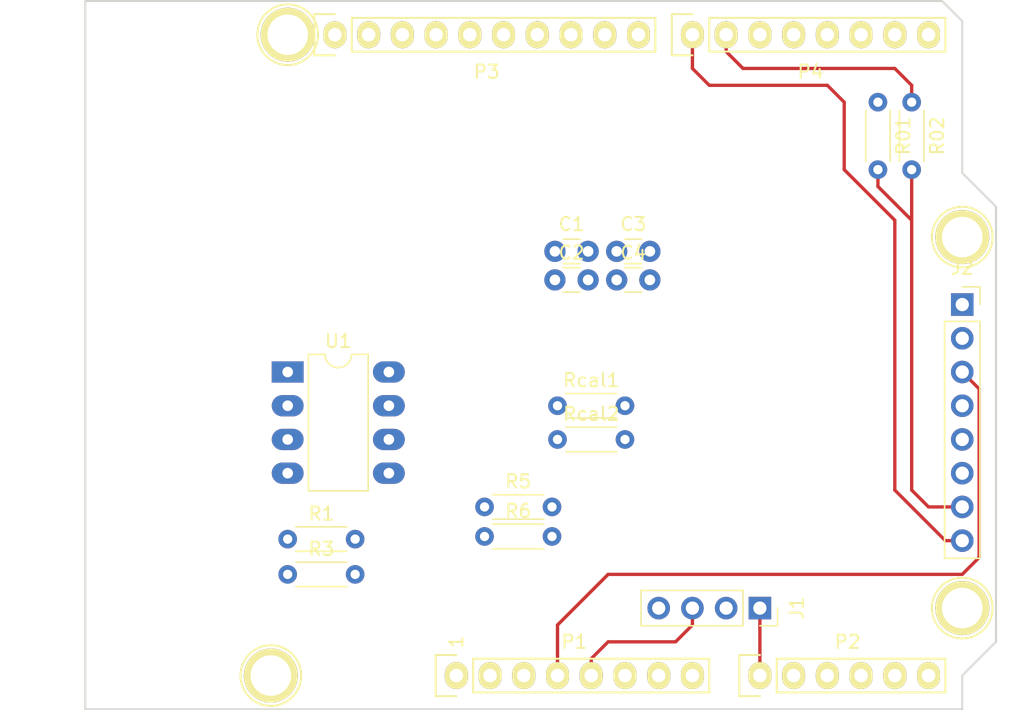
<source format=kicad_pcb>
(kicad_pcb (version 20171130) (host pcbnew "(5.0.1)-3")

  (general
    (thickness 1.6)
    (drawings 27)
    (tracks 32)
    (zones 0)
    (modules 23)
    (nets 46)
  )

  (page A4)
  (title_block
    (date "lun. 30 mars 2015")
  )

  (layers
    (0 F.Cu signal)
    (31 B.Cu signal)
    (32 B.Adhes user)
    (33 F.Adhes user)
    (34 B.Paste user)
    (35 F.Paste user)
    (36 B.SilkS user)
    (37 F.SilkS user)
    (38 B.Mask user)
    (39 F.Mask user)
    (40 Dwgs.User user)
    (41 Cmts.User user)
    (42 Eco1.User user)
    (43 Eco2.User user)
    (44 Edge.Cuts user)
    (45 Margin user)
    (46 B.CrtYd user)
    (47 F.CrtYd user)
    (48 B.Fab user)
    (49 F.Fab user)
  )

  (setup
    (last_trace_width 0.25)
    (trace_clearance 0.2)
    (zone_clearance 0.508)
    (zone_45_only no)
    (trace_min 0.2)
    (segment_width 0.15)
    (edge_width 0.15)
    (via_size 0.6)
    (via_drill 0.4)
    (via_min_size 0.4)
    (via_min_drill 0.3)
    (uvia_size 0.3)
    (uvia_drill 0.1)
    (uvias_allowed no)
    (uvia_min_size 0.2)
    (uvia_min_drill 0.1)
    (pcb_text_width 0.3)
    (pcb_text_size 1.5 1.5)
    (mod_edge_width 0.15)
    (mod_text_size 1 1)
    (mod_text_width 0.15)
    (pad_size 4.064 4.064)
    (pad_drill 3.048)
    (pad_to_mask_clearance 0)
    (solder_mask_min_width 0.25)
    (aux_axis_origin 110.998 126.365)
    (grid_origin 110.998 126.365)
    (visible_elements 7FFFF7FF)
    (pcbplotparams
      (layerselection 0x00030_80000001)
      (usegerberextensions false)
      (usegerberattributes false)
      (usegerberadvancedattributes false)
      (creategerberjobfile false)
      (excludeedgelayer true)
      (linewidth 0.100000)
      (plotframeref false)
      (viasonmask false)
      (mode 1)
      (useauxorigin false)
      (hpglpennumber 1)
      (hpglpenspeed 20)
      (hpglpendiameter 15.000000)
      (psnegative false)
      (psa4output false)
      (plotreference true)
      (plotvalue true)
      (plotinvisibletext false)
      (padsonsilk false)
      (subtractmaskfromsilk false)
      (outputformat 1)
      (mirror false)
      (drillshape 1)
      (scaleselection 1)
      (outputdirectory ""))
  )

  (net 0 "")
  (net 1 /IOREF)
  (net 2 /Reset)
  (net 3 +5V)
  (net 4 GND)
  (net 5 /Vin)
  (net 6 /A0)
  (net 7 /A1)
  (net 8 /A2)
  (net 9 /A3)
  (net 10 /AREF)
  (net 11 "/A4(SDA)")
  (net 12 "/A5(SCL)")
  (net 13 "/9(**)")
  (net 14 /8)
  (net 15 "/5(**)")
  (net 16 /4)
  (net 17 "/3(**)")
  (net 18 /2)
  (net 19 "/1(Tx)")
  (net 20 "/0(Rx)")
  (net 21 "Net-(P5-Pad1)")
  (net 22 "Net-(P6-Pad1)")
  (net 23 "Net-(P7-Pad1)")
  (net 24 "Net-(P8-Pad1)")
  (net 25 "/10(**/SS)")
  (net 26 "Net-(P1-Pad1)")
  (net 27 +3V3)
  (net 28 "/12(MISO)")
  (net 29 "/11(**/MOSI)")
  (net 30 "Net-(C1-Pad2)")
  (net 31 arduino)
  (net 32 "Net-(C4-Pad1)")
  (net 33 "Net-(C4-Pad2)")
  (net 34 "Net-(J1-Pad2)")
  (net 35 "Net-(J2-Pad2)")
  (net 36 "Net-(J2-Pad4)")
  (net 37 "Net-(J2-Pad5)")
  (net 38 "Net-(J2-Pad6)")
  (net 39 "Net-(J2-Pad7)")
  (net 40 /7_UART_RX)
  (net 41 /6_UART_TX)
  (net 42 "Net-(Rcal1-Pad2)")
  (net 43 "Net-(U1-Pad1)")
  (net 44 "Net-(U1-Pad5)")
  (net 45 "Net-(U1-Pad8)")

  (net_class Default "This is the default net class."
    (clearance 0.2)
    (trace_width 0.25)
    (via_dia 0.6)
    (via_drill 0.4)
    (uvia_dia 0.3)
    (uvia_drill 0.1)
    (add_net +3V3)
    (add_net +5V)
    (add_net "/0(Rx)")
    (add_net "/1(Tx)")
    (add_net "/10(**/SS)")
    (add_net "/11(**/MOSI)")
    (add_net "/12(MISO)")
    (add_net /2)
    (add_net "/3(**)")
    (add_net /4)
    (add_net "/5(**)")
    (add_net /6_UART_TX)
    (add_net /7_UART_RX)
    (add_net /8)
    (add_net "/9(**)")
    (add_net /A0)
    (add_net /A1)
    (add_net /A2)
    (add_net /A3)
    (add_net "/A4(SDA)")
    (add_net "/A5(SCL)")
    (add_net /AREF)
    (add_net /IOREF)
    (add_net /Reset)
    (add_net /Vin)
    (add_net GND)
    (add_net "Net-(C1-Pad2)")
    (add_net "Net-(C4-Pad1)")
    (add_net "Net-(C4-Pad2)")
    (add_net "Net-(J1-Pad2)")
    (add_net "Net-(J2-Pad2)")
    (add_net "Net-(J2-Pad4)")
    (add_net "Net-(J2-Pad5)")
    (add_net "Net-(J2-Pad6)")
    (add_net "Net-(J2-Pad7)")
    (add_net "Net-(P1-Pad1)")
    (add_net "Net-(P5-Pad1)")
    (add_net "Net-(P6-Pad1)")
    (add_net "Net-(P7-Pad1)")
    (add_net "Net-(P8-Pad1)")
    (add_net "Net-(Rcal1-Pad2)")
    (add_net "Net-(U1-Pad1)")
    (add_net "Net-(U1-Pad5)")
    (add_net "Net-(U1-Pad8)")
    (add_net arduino)
  )

  (module Socket_Arduino_Uno:Socket_Strip_Arduino_1x08 locked (layer F.Cu) (tedit 552168D2) (tstamp 551AF9EA)
    (at 138.938 123.825)
    (descr "Through hole socket strip")
    (tags "socket strip")
    (path /56D70129)
    (fp_text reference P1 (at 8.89 -2.54) (layer F.SilkS)
      (effects (font (size 1 1) (thickness 0.15)))
    )
    (fp_text value Power (at 8.89 -4.064) (layer F.Fab)
      (effects (font (size 1 1) (thickness 0.15)))
    )
    (fp_line (start -1.75 -1.75) (end -1.75 1.75) (layer F.CrtYd) (width 0.05))
    (fp_line (start 19.55 -1.75) (end 19.55 1.75) (layer F.CrtYd) (width 0.05))
    (fp_line (start -1.75 -1.75) (end 19.55 -1.75) (layer F.CrtYd) (width 0.05))
    (fp_line (start -1.75 1.75) (end 19.55 1.75) (layer F.CrtYd) (width 0.05))
    (fp_line (start 1.27 1.27) (end 19.05 1.27) (layer F.SilkS) (width 0.15))
    (fp_line (start 19.05 1.27) (end 19.05 -1.27) (layer F.SilkS) (width 0.15))
    (fp_line (start 19.05 -1.27) (end 1.27 -1.27) (layer F.SilkS) (width 0.15))
    (fp_line (start -1.55 1.55) (end 0 1.55) (layer F.SilkS) (width 0.15))
    (fp_line (start 1.27 1.27) (end 1.27 -1.27) (layer F.SilkS) (width 0.15))
    (fp_line (start 0 -1.55) (end -1.55 -1.55) (layer F.SilkS) (width 0.15))
    (fp_line (start -1.55 -1.55) (end -1.55 1.55) (layer F.SilkS) (width 0.15))
    (pad 1 thru_hole oval (at 0 0) (size 1.7272 2.032) (drill 1.016) (layers *.Cu *.Mask F.SilkS)
      (net 26 "Net-(P1-Pad1)"))
    (pad 2 thru_hole oval (at 2.54 0) (size 1.7272 2.032) (drill 1.016) (layers *.Cu *.Mask F.SilkS)
      (net 1 /IOREF))
    (pad 3 thru_hole oval (at 5.08 0) (size 1.7272 2.032) (drill 1.016) (layers *.Cu *.Mask F.SilkS)
      (net 2 /Reset))
    (pad 4 thru_hole oval (at 7.62 0) (size 1.7272 2.032) (drill 1.016) (layers *.Cu *.Mask F.SilkS)
      (net 27 +3V3))
    (pad 5 thru_hole oval (at 10.16 0) (size 1.7272 2.032) (drill 1.016) (layers *.Cu *.Mask F.SilkS)
      (net 3 +5V))
    (pad 6 thru_hole oval (at 12.7 0) (size 1.7272 2.032) (drill 1.016) (layers *.Cu *.Mask F.SilkS)
      (net 4 GND))
    (pad 7 thru_hole oval (at 15.24 0) (size 1.7272 2.032) (drill 1.016) (layers *.Cu *.Mask F.SilkS)
      (net 4 GND))
    (pad 8 thru_hole oval (at 17.78 0) (size 1.7272 2.032) (drill 1.016) (layers *.Cu *.Mask F.SilkS)
      (net 5 /Vin))
    (model ${KIPRJMOD}/Socket_Arduino_Uno.3dshapes/Socket_header_Arduino_1x08.wrl
      (offset (xyz 8.889999866485596 0 0))
      (scale (xyz 1 1 1))
      (rotate (xyz 0 0 180))
    )
  )

  (module Socket_Arduino_Uno:Socket_Strip_Arduino_1x06 locked (layer F.Cu) (tedit 552168D6) (tstamp 551AF9FF)
    (at 161.798 123.825)
    (descr "Through hole socket strip")
    (tags "socket strip")
    (path /56D70DD8)
    (fp_text reference P2 (at 6.604 -2.54) (layer F.SilkS)
      (effects (font (size 1 1) (thickness 0.15)))
    )
    (fp_text value Analog (at 6.604 -4.064) (layer F.Fab)
      (effects (font (size 1 1) (thickness 0.15)))
    )
    (fp_line (start -1.75 -1.75) (end -1.75 1.75) (layer F.CrtYd) (width 0.05))
    (fp_line (start 14.45 -1.75) (end 14.45 1.75) (layer F.CrtYd) (width 0.05))
    (fp_line (start -1.75 -1.75) (end 14.45 -1.75) (layer F.CrtYd) (width 0.05))
    (fp_line (start -1.75 1.75) (end 14.45 1.75) (layer F.CrtYd) (width 0.05))
    (fp_line (start 1.27 1.27) (end 13.97 1.27) (layer F.SilkS) (width 0.15))
    (fp_line (start 13.97 1.27) (end 13.97 -1.27) (layer F.SilkS) (width 0.15))
    (fp_line (start 13.97 -1.27) (end 1.27 -1.27) (layer F.SilkS) (width 0.15))
    (fp_line (start -1.55 1.55) (end 0 1.55) (layer F.SilkS) (width 0.15))
    (fp_line (start 1.27 1.27) (end 1.27 -1.27) (layer F.SilkS) (width 0.15))
    (fp_line (start 0 -1.55) (end -1.55 -1.55) (layer F.SilkS) (width 0.15))
    (fp_line (start -1.55 -1.55) (end -1.55 1.55) (layer F.SilkS) (width 0.15))
    (pad 1 thru_hole oval (at 0 0) (size 1.7272 2.032) (drill 1.016) (layers *.Cu *.Mask F.SilkS)
      (net 6 /A0))
    (pad 2 thru_hole oval (at 2.54 0) (size 1.7272 2.032) (drill 1.016) (layers *.Cu *.Mask F.SilkS)
      (net 7 /A1))
    (pad 3 thru_hole oval (at 5.08 0) (size 1.7272 2.032) (drill 1.016) (layers *.Cu *.Mask F.SilkS)
      (net 8 /A2))
    (pad 4 thru_hole oval (at 7.62 0) (size 1.7272 2.032) (drill 1.016) (layers *.Cu *.Mask F.SilkS)
      (net 9 /A3))
    (pad 5 thru_hole oval (at 10.16 0) (size 1.7272 2.032) (drill 1.016) (layers *.Cu *.Mask F.SilkS)
      (net 11 "/A4(SDA)"))
    (pad 6 thru_hole oval (at 12.7 0) (size 1.7272 2.032) (drill 1.016) (layers *.Cu *.Mask F.SilkS)
      (net 12 "/A5(SCL)"))
    (model ${KIPRJMOD}/Socket_Arduino_Uno.3dshapes/Socket_header_Arduino_1x06.wrl
      (offset (xyz 6.349999904632568 0 0))
      (scale (xyz 1 1 1))
      (rotate (xyz 0 0 180))
    )
  )

  (module Socket_Arduino_Uno:Socket_Strip_Arduino_1x10 locked (layer F.Cu) (tedit 552168BF) (tstamp 551AFA18)
    (at 129.794 75.565)
    (descr "Through hole socket strip")
    (tags "socket strip")
    (path /56D721E0)
    (fp_text reference P3 (at 11.43 2.794) (layer F.SilkS)
      (effects (font (size 1 1) (thickness 0.15)))
    )
    (fp_text value Digital (at 11.43 4.318) (layer F.Fab)
      (effects (font (size 1 1) (thickness 0.15)))
    )
    (fp_line (start -1.75 -1.75) (end -1.75 1.75) (layer F.CrtYd) (width 0.05))
    (fp_line (start 24.65 -1.75) (end 24.65 1.75) (layer F.CrtYd) (width 0.05))
    (fp_line (start -1.75 -1.75) (end 24.65 -1.75) (layer F.CrtYd) (width 0.05))
    (fp_line (start -1.75 1.75) (end 24.65 1.75) (layer F.CrtYd) (width 0.05))
    (fp_line (start 1.27 1.27) (end 24.13 1.27) (layer F.SilkS) (width 0.15))
    (fp_line (start 24.13 1.27) (end 24.13 -1.27) (layer F.SilkS) (width 0.15))
    (fp_line (start 24.13 -1.27) (end 1.27 -1.27) (layer F.SilkS) (width 0.15))
    (fp_line (start -1.55 1.55) (end 0 1.55) (layer F.SilkS) (width 0.15))
    (fp_line (start 1.27 1.27) (end 1.27 -1.27) (layer F.SilkS) (width 0.15))
    (fp_line (start 0 -1.55) (end -1.55 -1.55) (layer F.SilkS) (width 0.15))
    (fp_line (start -1.55 -1.55) (end -1.55 1.55) (layer F.SilkS) (width 0.15))
    (pad 1 thru_hole oval (at 0 0) (size 1.7272 2.032) (drill 1.016) (layers *.Cu *.Mask F.SilkS)
      (net 12 "/A5(SCL)"))
    (pad 2 thru_hole oval (at 2.54 0) (size 1.7272 2.032) (drill 1.016) (layers *.Cu *.Mask F.SilkS)
      (net 11 "/A4(SDA)"))
    (pad 3 thru_hole oval (at 5.08 0) (size 1.7272 2.032) (drill 1.016) (layers *.Cu *.Mask F.SilkS)
      (net 10 /AREF))
    (pad 4 thru_hole oval (at 7.62 0) (size 1.7272 2.032) (drill 1.016) (layers *.Cu *.Mask F.SilkS)
      (net 4 GND))
    (pad 5 thru_hole oval (at 10.16 0) (size 1.7272 2.032) (drill 1.016) (layers *.Cu *.Mask F.SilkS)
      (net 31 arduino))
    (pad 6 thru_hole oval (at 12.7 0) (size 1.7272 2.032) (drill 1.016) (layers *.Cu *.Mask F.SilkS)
      (net 28 "/12(MISO)"))
    (pad 7 thru_hole oval (at 15.24 0) (size 1.7272 2.032) (drill 1.016) (layers *.Cu *.Mask F.SilkS)
      (net 29 "/11(**/MOSI)"))
    (pad 8 thru_hole oval (at 17.78 0) (size 1.7272 2.032) (drill 1.016) (layers *.Cu *.Mask F.SilkS)
      (net 25 "/10(**/SS)"))
    (pad 9 thru_hole oval (at 20.32 0) (size 1.7272 2.032) (drill 1.016) (layers *.Cu *.Mask F.SilkS)
      (net 13 "/9(**)"))
    (pad 10 thru_hole oval (at 22.86 0) (size 1.7272 2.032) (drill 1.016) (layers *.Cu *.Mask F.SilkS)
      (net 14 /8))
    (model ${KIPRJMOD}/Socket_Arduino_Uno.3dshapes/Socket_header_Arduino_1x10.wrl
      (offset (xyz 11.42999982833862 0 0))
      (scale (xyz 1 1 1))
      (rotate (xyz 0 0 180))
    )
  )

  (module Socket_Arduino_Uno:Socket_Strip_Arduino_1x08 locked (layer F.Cu) (tedit 552168C7) (tstamp 551AFA2F)
    (at 156.718 75.565)
    (descr "Through hole socket strip")
    (tags "socket strip")
    (path /56D7164F)
    (fp_text reference P4 (at 8.89 2.794) (layer F.SilkS)
      (effects (font (size 1 1) (thickness 0.15)))
    )
    (fp_text value Digital (at 8.89 4.318) (layer F.Fab)
      (effects (font (size 1 1) (thickness 0.15)))
    )
    (fp_line (start -1.75 -1.75) (end -1.75 1.75) (layer F.CrtYd) (width 0.05))
    (fp_line (start 19.55 -1.75) (end 19.55 1.75) (layer F.CrtYd) (width 0.05))
    (fp_line (start -1.75 -1.75) (end 19.55 -1.75) (layer F.CrtYd) (width 0.05))
    (fp_line (start -1.75 1.75) (end 19.55 1.75) (layer F.CrtYd) (width 0.05))
    (fp_line (start 1.27 1.27) (end 19.05 1.27) (layer F.SilkS) (width 0.15))
    (fp_line (start 19.05 1.27) (end 19.05 -1.27) (layer F.SilkS) (width 0.15))
    (fp_line (start 19.05 -1.27) (end 1.27 -1.27) (layer F.SilkS) (width 0.15))
    (fp_line (start -1.55 1.55) (end 0 1.55) (layer F.SilkS) (width 0.15))
    (fp_line (start 1.27 1.27) (end 1.27 -1.27) (layer F.SilkS) (width 0.15))
    (fp_line (start 0 -1.55) (end -1.55 -1.55) (layer F.SilkS) (width 0.15))
    (fp_line (start -1.55 -1.55) (end -1.55 1.55) (layer F.SilkS) (width 0.15))
    (pad 1 thru_hole oval (at 0 0) (size 1.7272 2.032) (drill 1.016) (layers *.Cu *.Mask F.SilkS)
      (net 40 /7_UART_RX))
    (pad 2 thru_hole oval (at 2.54 0) (size 1.7272 2.032) (drill 1.016) (layers *.Cu *.Mask F.SilkS)
      (net 41 /6_UART_TX))
    (pad 3 thru_hole oval (at 5.08 0) (size 1.7272 2.032) (drill 1.016) (layers *.Cu *.Mask F.SilkS)
      (net 15 "/5(**)"))
    (pad 4 thru_hole oval (at 7.62 0) (size 1.7272 2.032) (drill 1.016) (layers *.Cu *.Mask F.SilkS)
      (net 16 /4))
    (pad 5 thru_hole oval (at 10.16 0) (size 1.7272 2.032) (drill 1.016) (layers *.Cu *.Mask F.SilkS)
      (net 17 "/3(**)"))
    (pad 6 thru_hole oval (at 12.7 0) (size 1.7272 2.032) (drill 1.016) (layers *.Cu *.Mask F.SilkS)
      (net 18 /2))
    (pad 7 thru_hole oval (at 15.24 0) (size 1.7272 2.032) (drill 1.016) (layers *.Cu *.Mask F.SilkS)
      (net 19 "/1(Tx)"))
    (pad 8 thru_hole oval (at 17.78 0) (size 1.7272 2.032) (drill 1.016) (layers *.Cu *.Mask F.SilkS)
      (net 20 "/0(Rx)"))
    (model ${KIPRJMOD}/Socket_Arduino_Uno.3dshapes/Socket_header_Arduino_1x08.wrl
      (offset (xyz 8.889999866485596 0 0))
      (scale (xyz 1 1 1))
      (rotate (xyz 0 0 180))
    )
  )

  (module Socket_Arduino_Uno:Arduino_1pin locked (layer F.Cu) (tedit 5524FC39) (tstamp 5524FC3F)
    (at 124.968 123.825)
    (descr "module 1 pin (ou trou mecanique de percage)")
    (tags DEV)
    (path /56D71177)
    (fp_text reference P5 (at 0 -3.048) (layer F.SilkS) hide
      (effects (font (size 1 1) (thickness 0.15)))
    )
    (fp_text value CONN_01X01 (at 0 2.794) (layer F.Fab) hide
      (effects (font (size 1 1) (thickness 0.15)))
    )
    (fp_circle (center 0 0) (end 0 -2.286) (layer F.SilkS) (width 0.15))
    (pad 1 thru_hole circle (at 0 0) (size 4.064 4.064) (drill 3.048) (layers *.Cu *.Mask F.SilkS)
      (net 21 "Net-(P5-Pad1)"))
  )

  (module Socket_Arduino_Uno:Arduino_1pin locked (layer F.Cu) (tedit 5524FC4A) (tstamp 5524FC44)
    (at 177.038 118.745)
    (descr "module 1 pin (ou trou mecanique de percage)")
    (tags DEV)
    (path /56D71274)
    (fp_text reference P6 (at 0 -3.048) (layer F.SilkS) hide
      (effects (font (size 1 1) (thickness 0.15)))
    )
    (fp_text value CONN_01X01 (at 0 2.794) (layer F.Fab) hide
      (effects (font (size 1 1) (thickness 0.15)))
    )
    (fp_circle (center 0 0) (end 0 -2.286) (layer F.SilkS) (width 0.15))
    (pad 1 thru_hole circle (at 0 0) (size 4.064 4.064) (drill 3.048) (layers *.Cu *.Mask F.SilkS)
      (net 22 "Net-(P6-Pad1)"))
  )

  (module Socket_Arduino_Uno:Arduino_1pin locked (layer F.Cu) (tedit 5524FC2F) (tstamp 5524FC49)
    (at 126.238 75.565)
    (descr "module 1 pin (ou trou mecanique de percage)")
    (tags DEV)
    (path /56D712A8)
    (fp_text reference P7 (at 0 -3.048) (layer F.SilkS) hide
      (effects (font (size 1 1) (thickness 0.15)))
    )
    (fp_text value CONN_01X01 (at 0 2.794) (layer F.Fab) hide
      (effects (font (size 1 1) (thickness 0.15)))
    )
    (fp_circle (center 0 0) (end 0 -2.286) (layer F.SilkS) (width 0.15))
    (pad 1 thru_hole circle (at 0 0) (size 4.064 4.064) (drill 3.048) (layers *.Cu *.Mask F.SilkS)
      (net 23 "Net-(P7-Pad1)"))
  )

  (module Socket_Arduino_Uno:Arduino_1pin locked (layer F.Cu) (tedit 5524FC41) (tstamp 5524FC4E)
    (at 177.038 90.805)
    (descr "module 1 pin (ou trou mecanique de percage)")
    (tags DEV)
    (path /56D712DB)
    (fp_text reference P8 (at 0 -3.048) (layer F.SilkS) hide
      (effects (font (size 1 1) (thickness 0.15)))
    )
    (fp_text value CONN_01X01 (at 0 2.794) (layer F.Fab) hide
      (effects (font (size 1 1) (thickness 0.15)))
    )
    (fp_circle (center 0 0) (end 0 -2.286) (layer F.SilkS) (width 0.15))
    (pad 1 thru_hole circle (at 0 0) (size 4.064 4.064) (drill 3.048) (layers *.Cu *.Mask F.SilkS)
      (net 24 "Net-(P8-Pad1)"))
  )

  (module Connector_PinSocket_2.54mm:PinSocket_1x04_P2.54mm_Vertical (layer F.Cu) (tedit 5A19A429) (tstamp 5C137913)
    (at 161.798 118.745 270)
    (descr "Through hole straight socket strip, 1x04, 2.54mm pitch, single row (from Kicad 4.0.7), script generated")
    (tags "Through hole socket strip THT 1x04 2.54mm single row")
    (path /5BD9BBC1)
    (fp_text reference J1 (at 0 -2.77 270) (layer F.SilkS)
      (effects (font (size 1 1) (thickness 0.15)))
    )
    (fp_text value Conn_01x04 (at 0 10.39 270) (layer F.Fab)
      (effects (font (size 1 1) (thickness 0.15)))
    )
    (fp_line (start -1.27 -1.27) (end 0.635 -1.27) (layer F.Fab) (width 0.1))
    (fp_line (start 0.635 -1.27) (end 1.27 -0.635) (layer F.Fab) (width 0.1))
    (fp_line (start 1.27 -0.635) (end 1.27 8.89) (layer F.Fab) (width 0.1))
    (fp_line (start 1.27 8.89) (end -1.27 8.89) (layer F.Fab) (width 0.1))
    (fp_line (start -1.27 8.89) (end -1.27 -1.27) (layer F.Fab) (width 0.1))
    (fp_line (start -1.33 1.27) (end 1.33 1.27) (layer F.SilkS) (width 0.12))
    (fp_line (start -1.33 1.27) (end -1.33 8.95) (layer F.SilkS) (width 0.12))
    (fp_line (start -1.33 8.95) (end 1.33 8.95) (layer F.SilkS) (width 0.12))
    (fp_line (start 1.33 1.27) (end 1.33 8.95) (layer F.SilkS) (width 0.12))
    (fp_line (start 1.33 -1.33) (end 1.33 0) (layer F.SilkS) (width 0.12))
    (fp_line (start 0 -1.33) (end 1.33 -1.33) (layer F.SilkS) (width 0.12))
    (fp_line (start -1.8 -1.8) (end 1.75 -1.8) (layer F.CrtYd) (width 0.05))
    (fp_line (start 1.75 -1.8) (end 1.75 9.4) (layer F.CrtYd) (width 0.05))
    (fp_line (start 1.75 9.4) (end -1.8 9.4) (layer F.CrtYd) (width 0.05))
    (fp_line (start -1.8 9.4) (end -1.8 -1.8) (layer F.CrtYd) (width 0.05))
    (fp_text user %R (at 0 3.81) (layer F.Fab)
      (effects (font (size 1 1) (thickness 0.15)))
    )
    (pad 1 thru_hole rect (at 0 0 270) (size 1.7 1.7) (drill 1) (layers *.Cu *.Mask)
      (net 6 /A0))
    (pad 2 thru_hole oval (at 0 2.54 270) (size 1.7 1.7) (drill 1) (layers *.Cu *.Mask)
      (net 34 "Net-(J1-Pad2)"))
    (pad 3 thru_hole oval (at 0 5.08 270) (size 1.7 1.7) (drill 1) (layers *.Cu *.Mask)
      (net 3 +5V))
    (pad 4 thru_hole oval (at 0 7.62 270) (size 1.7 1.7) (drill 1) (layers *.Cu *.Mask)
      (net 4 GND))
    (model ${KISYS3DMOD}/Connector_PinSocket_2.54mm.3dshapes/PinSocket_1x04_P2.54mm_Vertical.wrl
      (at (xyz 0 0 0))
      (scale (xyz 1 1 1))
      (rotate (xyz 0 0 0))
    )
  )

  (module Connector_PinSocket_2.54mm:PinSocket_1x08_P2.54mm_Vertical (layer F.Cu) (tedit 5A19A420) (tstamp 5C13792F)
    (at 177.038 95.885)
    (descr "Through hole straight socket strip, 1x08, 2.54mm pitch, single row (from Kicad 4.0.7), script generated")
    (tags "Through hole socket strip THT 1x08 2.54mm single row")
    (path /5BD9F3B1)
    (fp_text reference J2 (at 0 -2.77) (layer F.SilkS)
      (effects (font (size 1 1) (thickness 0.15)))
    )
    (fp_text value Conn_01x08 (at 0 20.55) (layer F.Fab)
      (effects (font (size 1 1) (thickness 0.15)))
    )
    (fp_line (start -1.27 -1.27) (end 0.635 -1.27) (layer F.Fab) (width 0.1))
    (fp_line (start 0.635 -1.27) (end 1.27 -0.635) (layer F.Fab) (width 0.1))
    (fp_line (start 1.27 -0.635) (end 1.27 19.05) (layer F.Fab) (width 0.1))
    (fp_line (start 1.27 19.05) (end -1.27 19.05) (layer F.Fab) (width 0.1))
    (fp_line (start -1.27 19.05) (end -1.27 -1.27) (layer F.Fab) (width 0.1))
    (fp_line (start -1.33 1.27) (end 1.33 1.27) (layer F.SilkS) (width 0.12))
    (fp_line (start -1.33 1.27) (end -1.33 19.11) (layer F.SilkS) (width 0.12))
    (fp_line (start -1.33 19.11) (end 1.33 19.11) (layer F.SilkS) (width 0.12))
    (fp_line (start 1.33 1.27) (end 1.33 19.11) (layer F.SilkS) (width 0.12))
    (fp_line (start 1.33 -1.33) (end 1.33 0) (layer F.SilkS) (width 0.12))
    (fp_line (start 0 -1.33) (end 1.33 -1.33) (layer F.SilkS) (width 0.12))
    (fp_line (start -1.8 -1.8) (end 1.75 -1.8) (layer F.CrtYd) (width 0.05))
    (fp_line (start 1.75 -1.8) (end 1.75 19.55) (layer F.CrtYd) (width 0.05))
    (fp_line (start 1.75 19.55) (end -1.8 19.55) (layer F.CrtYd) (width 0.05))
    (fp_line (start -1.8 19.55) (end -1.8 -1.8) (layer F.CrtYd) (width 0.05))
    (fp_text user %R (at 0 8.89 90) (layer F.Fab)
      (effects (font (size 1 1) (thickness 0.15)))
    )
    (pad 1 thru_hole rect (at 0 0) (size 1.7 1.7) (drill 1) (layers *.Cu *.Mask)
      (net 4 GND))
    (pad 2 thru_hole oval (at 0 2.54) (size 1.7 1.7) (drill 1) (layers *.Cu *.Mask)
      (net 35 "Net-(J2-Pad2)"))
    (pad 3 thru_hole oval (at 0 5.08) (size 1.7 1.7) (drill 1) (layers *.Cu *.Mask)
      (net 27 +3V3))
    (pad 4 thru_hole oval (at 0 7.62) (size 1.7 1.7) (drill 1) (layers *.Cu *.Mask)
      (net 36 "Net-(J2-Pad4)"))
    (pad 5 thru_hole oval (at 0 10.16) (size 1.7 1.7) (drill 1) (layers *.Cu *.Mask)
      (net 37 "Net-(J2-Pad5)"))
    (pad 6 thru_hole oval (at 0 12.7) (size 1.7 1.7) (drill 1) (layers *.Cu *.Mask)
      (net 38 "Net-(J2-Pad6)"))
    (pad 7 thru_hole oval (at 0 15.24) (size 1.7 1.7) (drill 1) (layers *.Cu *.Mask)
      (net 39 "Net-(J2-Pad7)"))
    (pad 8 thru_hole oval (at 0 17.78) (size 1.7 1.7) (drill 1) (layers *.Cu *.Mask)
      (net 40 /7_UART_RX))
    (model ${KISYS3DMOD}/Connector_PinSocket_2.54mm.3dshapes/PinSocket_1x08_P2.54mm_Vertical.wrl
      (at (xyz 0 0 0))
      (scale (xyz 1 1 1))
      (rotate (xyz 0 0 0))
    )
  )

  (module Resistor_THT:R_Axial_DIN0204_L3.6mm_D1.6mm_P5.08mm_Horizontal (layer F.Cu) (tedit 5AE5139B) (tstamp 5C137942)
    (at 126.238 113.550001)
    (descr "Resistor, Axial_DIN0204 series, Axial, Horizontal, pin pitch=5.08mm, 0.167W, length*diameter=3.6*1.6mm^2, http://cdn-reichelt.de/documents/datenblatt/B400/1_4W%23YAG.pdf")
    (tags "Resistor Axial_DIN0204 series Axial Horizontal pin pitch 5.08mm 0.167W length 3.6mm diameter 1.6mm")
    (path /5BF8E4AD)
    (fp_text reference R1 (at 2.54 -1.92) (layer F.SilkS)
      (effects (font (size 1 1) (thickness 0.15)))
    )
    (fp_text value 100k (at 2.54 1.92) (layer F.Fab)
      (effects (font (size 1 1) (thickness 0.15)))
    )
    (fp_text user %R (at 2.54 0) (layer F.Fab)
      (effects (font (size 0.72 0.72) (thickness 0.108)))
    )
    (fp_line (start 6.03 -1.05) (end -0.95 -1.05) (layer F.CrtYd) (width 0.05))
    (fp_line (start 6.03 1.05) (end 6.03 -1.05) (layer F.CrtYd) (width 0.05))
    (fp_line (start -0.95 1.05) (end 6.03 1.05) (layer F.CrtYd) (width 0.05))
    (fp_line (start -0.95 -1.05) (end -0.95 1.05) (layer F.CrtYd) (width 0.05))
    (fp_line (start 0.62 0.92) (end 4.46 0.92) (layer F.SilkS) (width 0.12))
    (fp_line (start 0.62 -0.92) (end 4.46 -0.92) (layer F.SilkS) (width 0.12))
    (fp_line (start 5.08 0) (end 4.34 0) (layer F.Fab) (width 0.1))
    (fp_line (start 0 0) (end 0.74 0) (layer F.Fab) (width 0.1))
    (fp_line (start 4.34 -0.8) (end 0.74 -0.8) (layer F.Fab) (width 0.1))
    (fp_line (start 4.34 0.8) (end 4.34 -0.8) (layer F.Fab) (width 0.1))
    (fp_line (start 0.74 0.8) (end 4.34 0.8) (layer F.Fab) (width 0.1))
    (fp_line (start 0.74 -0.8) (end 0.74 0.8) (layer F.Fab) (width 0.1))
    (pad 2 thru_hole oval (at 5.08 0) (size 1.4 1.4) (drill 0.7) (layers *.Cu *.Mask)
      (net 4 GND))
    (pad 1 thru_hole circle (at 0 0) (size 1.4 1.4) (drill 0.7) (layers *.Cu *.Mask)
      (net 30 "Net-(C1-Pad2)"))
    (model ${KISYS3DMOD}/Resistor_THT.3dshapes/R_Axial_DIN0204_L3.6mm_D1.6mm_P5.08mm_Horizontal.wrl
      (at (xyz 0 0 0))
      (scale (xyz 1 1 1))
      (rotate (xyz 0 0 0))
    )
  )

  (module Resistor_THT:R_Axial_DIN0204_L3.6mm_D1.6mm_P5.08mm_Horizontal (layer F.Cu) (tedit 5AE5139B) (tstamp 5C137955)
    (at 170.688 80.645 270)
    (descr "Resistor, Axial_DIN0204 series, Axial, Horizontal, pin pitch=5.08mm, 0.167W, length*diameter=3.6*1.6mm^2, http://cdn-reichelt.de/documents/datenblatt/B400/1_4W%23YAG.pdf")
    (tags "Resistor Axial_DIN0204 series Axial Horizontal pin pitch 5.08mm 0.167W length 3.6mm diameter 1.6mm")
    (path /5BDA8AA1)
    (fp_text reference R01 (at 2.54 -1.92 270) (layer F.SilkS)
      (effects (font (size 1 1) (thickness 0.15)))
    )
    (fp_text value 2k (at 2.54 1.92 270) (layer F.Fab)
      (effects (font (size 1 1) (thickness 0.15)))
    )
    (fp_line (start 0.74 -0.8) (end 0.74 0.8) (layer F.Fab) (width 0.1))
    (fp_line (start 0.74 0.8) (end 4.34 0.8) (layer F.Fab) (width 0.1))
    (fp_line (start 4.34 0.8) (end 4.34 -0.8) (layer F.Fab) (width 0.1))
    (fp_line (start 4.34 -0.8) (end 0.74 -0.8) (layer F.Fab) (width 0.1))
    (fp_line (start 0 0) (end 0.74 0) (layer F.Fab) (width 0.1))
    (fp_line (start 5.08 0) (end 4.34 0) (layer F.Fab) (width 0.1))
    (fp_line (start 0.62 -0.92) (end 4.46 -0.92) (layer F.SilkS) (width 0.12))
    (fp_line (start 0.62 0.92) (end 4.46 0.92) (layer F.SilkS) (width 0.12))
    (fp_line (start -0.95 -1.05) (end -0.95 1.05) (layer F.CrtYd) (width 0.05))
    (fp_line (start -0.95 1.05) (end 6.03 1.05) (layer F.CrtYd) (width 0.05))
    (fp_line (start 6.03 1.05) (end 6.03 -1.05) (layer F.CrtYd) (width 0.05))
    (fp_line (start 6.03 -1.05) (end -0.95 -1.05) (layer F.CrtYd) (width 0.05))
    (fp_text user %R (at 2.54 0 270) (layer F.Fab)
      (effects (font (size 0.72 0.72) (thickness 0.108)))
    )
    (pad 1 thru_hole circle (at 0 0 270) (size 1.4 1.4) (drill 0.7) (layers *.Cu *.Mask)
      (net 4 GND))
    (pad 2 thru_hole oval (at 5.08 0 270) (size 1.4 1.4) (drill 0.7) (layers *.Cu *.Mask)
      (net 39 "Net-(J2-Pad7)"))
    (model ${KISYS3DMOD}/Resistor_THT.3dshapes/R_Axial_DIN0204_L3.6mm_D1.6mm_P5.08mm_Horizontal.wrl
      (at (xyz 0 0 0))
      (scale (xyz 1 1 1))
      (rotate (xyz 0 0 0))
    )
  )

  (module Resistor_THT:R_Axial_DIN0204_L3.6mm_D1.6mm_P5.08mm_Horizontal (layer F.Cu) (tedit 5AE5139B) (tstamp 5C137968)
    (at 173.228 80.645 270)
    (descr "Resistor, Axial_DIN0204 series, Axial, Horizontal, pin pitch=5.08mm, 0.167W, length*diameter=3.6*1.6mm^2, http://cdn-reichelt.de/documents/datenblatt/B400/1_4W%23YAG.pdf")
    (tags "Resistor Axial_DIN0204 series Axial Horizontal pin pitch 5.08mm 0.167W length 3.6mm diameter 1.6mm")
    (path /5BDA8A22)
    (fp_text reference R02 (at 2.54 -1.92 270) (layer F.SilkS)
      (effects (font (size 1 1) (thickness 0.15)))
    )
    (fp_text value 1k (at 2.54 1.92 270) (layer F.Fab)
      (effects (font (size 1 1) (thickness 0.15)))
    )
    (fp_text user %R (at 2.54 0 270) (layer F.Fab)
      (effects (font (size 0.72 0.72) (thickness 0.108)))
    )
    (fp_line (start 6.03 -1.05) (end -0.95 -1.05) (layer F.CrtYd) (width 0.05))
    (fp_line (start 6.03 1.05) (end 6.03 -1.05) (layer F.CrtYd) (width 0.05))
    (fp_line (start -0.95 1.05) (end 6.03 1.05) (layer F.CrtYd) (width 0.05))
    (fp_line (start -0.95 -1.05) (end -0.95 1.05) (layer F.CrtYd) (width 0.05))
    (fp_line (start 0.62 0.92) (end 4.46 0.92) (layer F.SilkS) (width 0.12))
    (fp_line (start 0.62 -0.92) (end 4.46 -0.92) (layer F.SilkS) (width 0.12))
    (fp_line (start 5.08 0) (end 4.34 0) (layer F.Fab) (width 0.1))
    (fp_line (start 0 0) (end 0.74 0) (layer F.Fab) (width 0.1))
    (fp_line (start 4.34 -0.8) (end 0.74 -0.8) (layer F.Fab) (width 0.1))
    (fp_line (start 4.34 0.8) (end 4.34 -0.8) (layer F.Fab) (width 0.1))
    (fp_line (start 0.74 0.8) (end 4.34 0.8) (layer F.Fab) (width 0.1))
    (fp_line (start 0.74 -0.8) (end 0.74 0.8) (layer F.Fab) (width 0.1))
    (pad 2 thru_hole oval (at 5.08 0 270) (size 1.4 1.4) (drill 0.7) (layers *.Cu *.Mask)
      (net 39 "Net-(J2-Pad7)"))
    (pad 1 thru_hole circle (at 0 0 270) (size 1.4 1.4) (drill 0.7) (layers *.Cu *.Mask)
      (net 41 /6_UART_TX))
    (model ${KISYS3DMOD}/Resistor_THT.3dshapes/R_Axial_DIN0204_L3.6mm_D1.6mm_P5.08mm_Horizontal.wrl
      (at (xyz 0 0 0))
      (scale (xyz 1 1 1))
      (rotate (xyz 0 0 0))
    )
  )

  (module Resistor_THT:R_Axial_DIN0204_L3.6mm_D1.6mm_P5.08mm_Horizontal (layer F.Cu) (tedit 5AE5139B) (tstamp 5C13797B)
    (at 126.238 116.205)
    (descr "Resistor, Axial_DIN0204 series, Axial, Horizontal, pin pitch=5.08mm, 0.167W, length*diameter=3.6*1.6mm^2, http://cdn-reichelt.de/documents/datenblatt/B400/1_4W%23YAG.pdf")
    (tags "Resistor Axial_DIN0204 series Axial Horizontal pin pitch 5.08mm 0.167W length 3.6mm diameter 1.6mm")
    (path /5BFBFDD2)
    (fp_text reference R3 (at 2.54 -1.92) (layer F.SilkS)
      (effects (font (size 1 1) (thickness 0.15)))
    )
    (fp_text value 100k (at 2.54 1.92) (layer F.Fab)
      (effects (font (size 1 1) (thickness 0.15)))
    )
    (fp_line (start 0.74 -0.8) (end 0.74 0.8) (layer F.Fab) (width 0.1))
    (fp_line (start 0.74 0.8) (end 4.34 0.8) (layer F.Fab) (width 0.1))
    (fp_line (start 4.34 0.8) (end 4.34 -0.8) (layer F.Fab) (width 0.1))
    (fp_line (start 4.34 -0.8) (end 0.74 -0.8) (layer F.Fab) (width 0.1))
    (fp_line (start 0 0) (end 0.74 0) (layer F.Fab) (width 0.1))
    (fp_line (start 5.08 0) (end 4.34 0) (layer F.Fab) (width 0.1))
    (fp_line (start 0.62 -0.92) (end 4.46 -0.92) (layer F.SilkS) (width 0.12))
    (fp_line (start 0.62 0.92) (end 4.46 0.92) (layer F.SilkS) (width 0.12))
    (fp_line (start -0.95 -1.05) (end -0.95 1.05) (layer F.CrtYd) (width 0.05))
    (fp_line (start -0.95 1.05) (end 6.03 1.05) (layer F.CrtYd) (width 0.05))
    (fp_line (start 6.03 1.05) (end 6.03 -1.05) (layer F.CrtYd) (width 0.05))
    (fp_line (start 6.03 -1.05) (end -0.95 -1.05) (layer F.CrtYd) (width 0.05))
    (fp_text user %R (at 2.54 0) (layer F.Fab)
      (effects (font (size 0.72 0.72) (thickness 0.108)))
    )
    (pad 1 thru_hole circle (at 0 0) (size 1.4 1.4) (drill 0.7) (layers *.Cu *.Mask)
      (net 32 "Net-(C4-Pad1)"))
    (pad 2 thru_hole oval (at 5.08 0) (size 1.4 1.4) (drill 0.7) (layers *.Cu *.Mask)
      (net 33 "Net-(C4-Pad2)"))
    (model ${KISYS3DMOD}/Resistor_THT.3dshapes/R_Axial_DIN0204_L3.6mm_D1.6mm_P5.08mm_Horizontal.wrl
      (at (xyz 0 0 0))
      (scale (xyz 1 1 1))
      (rotate (xyz 0 0 0))
    )
  )

  (module Resistor_THT:R_Axial_DIN0204_L3.6mm_D1.6mm_P5.08mm_Horizontal (layer F.Cu) (tedit 5AE5139B) (tstamp 5C13798E)
    (at 141.063001 111.125)
    (descr "Resistor, Axial_DIN0204 series, Axial, Horizontal, pin pitch=5.08mm, 0.167W, length*diameter=3.6*1.6mm^2, http://cdn-reichelt.de/documents/datenblatt/B400/1_4W%23YAG.pdf")
    (tags "Resistor Axial_DIN0204 series Axial Horizontal pin pitch 5.08mm 0.167W length 3.6mm diameter 1.6mm")
    (path /5BF80849)
    (fp_text reference R5 (at 2.54 -1.92) (layer F.SilkS)
      (effects (font (size 1 1) (thickness 0.15)))
    )
    (fp_text value 10k (at 2.54 1.92) (layer F.Fab)
      (effects (font (size 1 1) (thickness 0.15)))
    )
    (fp_line (start 0.74 -0.8) (end 0.74 0.8) (layer F.Fab) (width 0.1))
    (fp_line (start 0.74 0.8) (end 4.34 0.8) (layer F.Fab) (width 0.1))
    (fp_line (start 4.34 0.8) (end 4.34 -0.8) (layer F.Fab) (width 0.1))
    (fp_line (start 4.34 -0.8) (end 0.74 -0.8) (layer F.Fab) (width 0.1))
    (fp_line (start 0 0) (end 0.74 0) (layer F.Fab) (width 0.1))
    (fp_line (start 5.08 0) (end 4.34 0) (layer F.Fab) (width 0.1))
    (fp_line (start 0.62 -0.92) (end 4.46 -0.92) (layer F.SilkS) (width 0.12))
    (fp_line (start 0.62 0.92) (end 4.46 0.92) (layer F.SilkS) (width 0.12))
    (fp_line (start -0.95 -1.05) (end -0.95 1.05) (layer F.CrtYd) (width 0.05))
    (fp_line (start -0.95 1.05) (end 6.03 1.05) (layer F.CrtYd) (width 0.05))
    (fp_line (start 6.03 1.05) (end 6.03 -1.05) (layer F.CrtYd) (width 0.05))
    (fp_line (start 6.03 -1.05) (end -0.95 -1.05) (layer F.CrtYd) (width 0.05))
    (fp_text user %R (at 2.54 0) (layer F.Fab)
      (effects (font (size 0.72 0.72) (thickness 0.108)))
    )
    (pad 1 thru_hole circle (at 0 0) (size 1.4 1.4) (drill 0.7) (layers *.Cu *.Mask)
      (net 30 "Net-(C1-Pad2)"))
    (pad 2 thru_hole oval (at 5.08 0) (size 1.4 1.4) (drill 0.7) (layers *.Cu *.Mask)
      (net 6 /A0))
    (model ${KISYS3DMOD}/Resistor_THT.3dshapes/R_Axial_DIN0204_L3.6mm_D1.6mm_P5.08mm_Horizontal.wrl
      (at (xyz 0 0 0))
      (scale (xyz 1 1 1))
      (rotate (xyz 0 0 0))
    )
  )

  (module Resistor_THT:R_Axial_DIN0204_L3.6mm_D1.6mm_P5.08mm_Horizontal (layer F.Cu) (tedit 5AE5139B) (tstamp 5C1379A1)
    (at 141.063001 113.350001)
    (descr "Resistor, Axial_DIN0204 series, Axial, Horizontal, pin pitch=5.08mm, 0.167W, length*diameter=3.6*1.6mm^2, http://cdn-reichelt.de/documents/datenblatt/B400/1_4W%23YAG.pdf")
    (tags "Resistor Axial_DIN0204 series Axial Horizontal pin pitch 5.08mm 0.167W length 3.6mm diameter 1.6mm")
    (path /5BFBFE26)
    (fp_text reference R6 (at 2.54 -1.92) (layer F.SilkS)
      (effects (font (size 1 1) (thickness 0.15)))
    )
    (fp_text value 1k (at 2.54 1.92) (layer F.Fab)
      (effects (font (size 1 1) (thickness 0.15)))
    )
    (fp_text user %R (at 2.54 0) (layer F.Fab)
      (effects (font (size 0.72 0.72) (thickness 0.108)))
    )
    (fp_line (start 6.03 -1.05) (end -0.95 -1.05) (layer F.CrtYd) (width 0.05))
    (fp_line (start 6.03 1.05) (end 6.03 -1.05) (layer F.CrtYd) (width 0.05))
    (fp_line (start -0.95 1.05) (end 6.03 1.05) (layer F.CrtYd) (width 0.05))
    (fp_line (start -0.95 -1.05) (end -0.95 1.05) (layer F.CrtYd) (width 0.05))
    (fp_line (start 0.62 0.92) (end 4.46 0.92) (layer F.SilkS) (width 0.12))
    (fp_line (start 0.62 -0.92) (end 4.46 -0.92) (layer F.SilkS) (width 0.12))
    (fp_line (start 5.08 0) (end 4.34 0) (layer F.Fab) (width 0.1))
    (fp_line (start 0 0) (end 0.74 0) (layer F.Fab) (width 0.1))
    (fp_line (start 4.34 -0.8) (end 0.74 -0.8) (layer F.Fab) (width 0.1))
    (fp_line (start 4.34 0.8) (end 4.34 -0.8) (layer F.Fab) (width 0.1))
    (fp_line (start 0.74 0.8) (end 4.34 0.8) (layer F.Fab) (width 0.1))
    (fp_line (start 0.74 -0.8) (end 0.74 0.8) (layer F.Fab) (width 0.1))
    (pad 2 thru_hole oval (at 5.08 0) (size 1.4 1.4) (drill 0.7) (layers *.Cu *.Mask)
      (net 33 "Net-(C4-Pad2)"))
    (pad 1 thru_hole circle (at 0 0) (size 1.4 1.4) (drill 0.7) (layers *.Cu *.Mask)
      (net 31 arduino))
    (model ${KISYS3DMOD}/Resistor_THT.3dshapes/R_Axial_DIN0204_L3.6mm_D1.6mm_P5.08mm_Horizontal.wrl
      (at (xyz 0 0 0))
      (scale (xyz 1 1 1))
      (rotate (xyz 0 0 0))
    )
  )

  (module Resistor_THT:R_Axial_DIN0204_L3.6mm_D1.6mm_P5.08mm_Horizontal (layer F.Cu) (tedit 5AE5139B) (tstamp 5C1379B4)
    (at 146.558 103.505)
    (descr "Resistor, Axial_DIN0204 series, Axial, Horizontal, pin pitch=5.08mm, 0.167W, length*diameter=3.6*1.6mm^2, http://cdn-reichelt.de/documents/datenblatt/B400/1_4W%23YAG.pdf")
    (tags "Resistor Axial_DIN0204 series Axial Horizontal pin pitch 5.08mm 0.167W length 3.6mm diameter 1.6mm")
    (path /5BF809A8)
    (fp_text reference Rcal1 (at 2.54 -1.92) (layer F.SilkS)
      (effects (font (size 1 1) (thickness 0.15)))
    )
    (fp_text value Rcal1 (at 2.54 1.92) (layer F.Fab)
      (effects (font (size 1 1) (thickness 0.15)))
    )
    (fp_text user %R (at 2.54 0) (layer F.Fab)
      (effects (font (size 0.72 0.72) (thickness 0.108)))
    )
    (fp_line (start 6.03 -1.05) (end -0.95 -1.05) (layer F.CrtYd) (width 0.05))
    (fp_line (start 6.03 1.05) (end 6.03 -1.05) (layer F.CrtYd) (width 0.05))
    (fp_line (start -0.95 1.05) (end 6.03 1.05) (layer F.CrtYd) (width 0.05))
    (fp_line (start -0.95 -1.05) (end -0.95 1.05) (layer F.CrtYd) (width 0.05))
    (fp_line (start 0.62 0.92) (end 4.46 0.92) (layer F.SilkS) (width 0.12))
    (fp_line (start 0.62 -0.92) (end 4.46 -0.92) (layer F.SilkS) (width 0.12))
    (fp_line (start 5.08 0) (end 4.34 0) (layer F.Fab) (width 0.1))
    (fp_line (start 0 0) (end 0.74 0) (layer F.Fab) (width 0.1))
    (fp_line (start 4.34 -0.8) (end 0.74 -0.8) (layer F.Fab) (width 0.1))
    (fp_line (start 4.34 0.8) (end 4.34 -0.8) (layer F.Fab) (width 0.1))
    (fp_line (start 0.74 0.8) (end 4.34 0.8) (layer F.Fab) (width 0.1))
    (fp_line (start 0.74 -0.8) (end 0.74 0.8) (layer F.Fab) (width 0.1))
    (pad 2 thru_hole oval (at 5.08 0) (size 1.4 1.4) (drill 0.7) (layers *.Cu *.Mask)
      (net 42 "Net-(Rcal1-Pad2)"))
    (pad 1 thru_hole circle (at 0 0) (size 1.4 1.4) (drill 0.7) (layers *.Cu *.Mask)
      (net 32 "Net-(C4-Pad1)"))
    (model ${KISYS3DMOD}/Resistor_THT.3dshapes/R_Axial_DIN0204_L3.6mm_D1.6mm_P5.08mm_Horizontal.wrl
      (at (xyz 0 0 0))
      (scale (xyz 1 1 1))
      (rotate (xyz 0 0 0))
    )
  )

  (module Resistor_THT:R_Axial_DIN0204_L3.6mm_D1.6mm_P5.08mm_Horizontal (layer F.Cu) (tedit 5AE5139B) (tstamp 5C1379C7)
    (at 146.558 106.045)
    (descr "Resistor, Axial_DIN0204 series, Axial, Horizontal, pin pitch=5.08mm, 0.167W, length*diameter=3.6*1.6mm^2, http://cdn-reichelt.de/documents/datenblatt/B400/1_4W%23YAG.pdf")
    (tags "Resistor Axial_DIN0204 series Axial Horizontal pin pitch 5.08mm 0.167W length 3.6mm diameter 1.6mm")
    (path /5BF881B3)
    (fp_text reference Rcal2 (at 2.54 -1.92) (layer F.SilkS)
      (effects (font (size 1 1) (thickness 0.15)))
    )
    (fp_text value Rcal2 (at 2.54 1.92) (layer F.Fab)
      (effects (font (size 1 1) (thickness 0.15)))
    )
    (fp_line (start 0.74 -0.8) (end 0.74 0.8) (layer F.Fab) (width 0.1))
    (fp_line (start 0.74 0.8) (end 4.34 0.8) (layer F.Fab) (width 0.1))
    (fp_line (start 4.34 0.8) (end 4.34 -0.8) (layer F.Fab) (width 0.1))
    (fp_line (start 4.34 -0.8) (end 0.74 -0.8) (layer F.Fab) (width 0.1))
    (fp_line (start 0 0) (end 0.74 0) (layer F.Fab) (width 0.1))
    (fp_line (start 5.08 0) (end 4.34 0) (layer F.Fab) (width 0.1))
    (fp_line (start 0.62 -0.92) (end 4.46 -0.92) (layer F.SilkS) (width 0.12))
    (fp_line (start 0.62 0.92) (end 4.46 0.92) (layer F.SilkS) (width 0.12))
    (fp_line (start -0.95 -1.05) (end -0.95 1.05) (layer F.CrtYd) (width 0.05))
    (fp_line (start -0.95 1.05) (end 6.03 1.05) (layer F.CrtYd) (width 0.05))
    (fp_line (start 6.03 1.05) (end 6.03 -1.05) (layer F.CrtYd) (width 0.05))
    (fp_line (start 6.03 -1.05) (end -0.95 -1.05) (layer F.CrtYd) (width 0.05))
    (fp_text user %R (at 2.54 0) (layer F.Fab)
      (effects (font (size 0.72 0.72) (thickness 0.108)))
    )
    (pad 1 thru_hole circle (at 0 0) (size 1.4 1.4) (drill 0.7) (layers *.Cu *.Mask)
      (net 42 "Net-(Rcal1-Pad2)"))
    (pad 2 thru_hole oval (at 5.08 0) (size 1.4 1.4) (drill 0.7) (layers *.Cu *.Mask)
      (net 4 GND))
    (model ${KISYS3DMOD}/Resistor_THT.3dshapes/R_Axial_DIN0204_L3.6mm_D1.6mm_P5.08mm_Horizontal.wrl
      (at (xyz 0 0 0))
      (scale (xyz 1 1 1))
      (rotate (xyz 0 0 0))
    )
  )

  (module Package_DIP:DIP-8_W7.62mm_LongPads (layer F.Cu) (tedit 5A02E8C5) (tstamp 5C1379E3)
    (at 126.238 100.965)
    (descr "8-lead though-hole mounted DIP package, row spacing 7.62 mm (300 mils), LongPads")
    (tags "THT DIP DIL PDIP 2.54mm 7.62mm 300mil LongPads")
    (path /5BF8822B)
    (fp_text reference U1 (at 3.81 -2.33) (layer F.SilkS)
      (effects (font (size 1 1) (thickness 0.15)))
    )
    (fp_text value LTC1050 (at 3.81 9.95) (layer F.Fab)
      (effects (font (size 1 1) (thickness 0.15)))
    )
    (fp_arc (start 3.81 -1.33) (end 2.81 -1.33) (angle -180) (layer F.SilkS) (width 0.12))
    (fp_line (start 1.635 -1.27) (end 6.985 -1.27) (layer F.Fab) (width 0.1))
    (fp_line (start 6.985 -1.27) (end 6.985 8.89) (layer F.Fab) (width 0.1))
    (fp_line (start 6.985 8.89) (end 0.635 8.89) (layer F.Fab) (width 0.1))
    (fp_line (start 0.635 8.89) (end 0.635 -0.27) (layer F.Fab) (width 0.1))
    (fp_line (start 0.635 -0.27) (end 1.635 -1.27) (layer F.Fab) (width 0.1))
    (fp_line (start 2.81 -1.33) (end 1.56 -1.33) (layer F.SilkS) (width 0.12))
    (fp_line (start 1.56 -1.33) (end 1.56 8.95) (layer F.SilkS) (width 0.12))
    (fp_line (start 1.56 8.95) (end 6.06 8.95) (layer F.SilkS) (width 0.12))
    (fp_line (start 6.06 8.95) (end 6.06 -1.33) (layer F.SilkS) (width 0.12))
    (fp_line (start 6.06 -1.33) (end 4.81 -1.33) (layer F.SilkS) (width 0.12))
    (fp_line (start -1.45 -1.55) (end -1.45 9.15) (layer F.CrtYd) (width 0.05))
    (fp_line (start -1.45 9.15) (end 9.1 9.15) (layer F.CrtYd) (width 0.05))
    (fp_line (start 9.1 9.15) (end 9.1 -1.55) (layer F.CrtYd) (width 0.05))
    (fp_line (start 9.1 -1.55) (end -1.45 -1.55) (layer F.CrtYd) (width 0.05))
    (fp_text user %R (at 3.81 3.81) (layer F.Fab)
      (effects (font (size 1 1) (thickness 0.15)))
    )
    (pad 1 thru_hole rect (at 0 0) (size 2.4 1.6) (drill 0.8) (layers *.Cu *.Mask)
      (net 43 "Net-(U1-Pad1)"))
    (pad 5 thru_hole oval (at 7.62 7.62) (size 2.4 1.6) (drill 0.8) (layers *.Cu *.Mask)
      (net 44 "Net-(U1-Pad5)"))
    (pad 2 thru_hole oval (at 0 2.54) (size 2.4 1.6) (drill 0.8) (layers *.Cu *.Mask)
      (net 32 "Net-(C4-Pad1)"))
    (pad 6 thru_hole oval (at 7.62 5.08) (size 2.4 1.6) (drill 0.8) (layers *.Cu *.Mask)
      (net 33 "Net-(C4-Pad2)"))
    (pad 3 thru_hole oval (at 0 5.08) (size 2.4 1.6) (drill 0.8) (layers *.Cu *.Mask)
      (net 30 "Net-(C1-Pad2)"))
    (pad 7 thru_hole oval (at 7.62 2.54) (size 2.4 1.6) (drill 0.8) (layers *.Cu *.Mask)
      (net 3 +5V))
    (pad 4 thru_hole oval (at 0 7.62) (size 2.4 1.6) (drill 0.8) (layers *.Cu *.Mask)
      (net 4 GND))
    (pad 8 thru_hole oval (at 7.62 0) (size 2.4 1.6) (drill 0.8) (layers *.Cu *.Mask)
      (net 45 "Net-(U1-Pad8)"))
    (model ${KISYS3DMOD}/Package_DIP.3dshapes/DIP-8_W7.62mm.wrl
      (at (xyz 0 0 0))
      (scale (xyz 1 1 1))
      (rotate (xyz 0 0 0))
    )
  )

  (module Capacitor_THT:C_Disc_D3.0mm_W1.6mm_P2.50mm (layer F.Cu) (tedit 5AE50EF0) (tstamp 5C13C2FD)
    (at 146.363001 91.880001)
    (descr "C, Disc series, Radial, pin pitch=2.50mm, , diameter*width=3.0*1.6mm^2, Capacitor, http://www.vishay.com/docs/45233/krseries.pdf")
    (tags "C Disc series Radial pin pitch 2.50mm  diameter 3.0mm width 1.6mm Capacitor")
    (path /5BF90790)
    (fp_text reference C1 (at 1.25 -2.05) (layer F.SilkS)
      (effects (font (size 1 1) (thickness 0.15)))
    )
    (fp_text value 100n (at 1.25 2.05) (layer F.Fab)
      (effects (font (size 1 1) (thickness 0.15)))
    )
    (fp_line (start -0.25 -0.8) (end -0.25 0.8) (layer F.Fab) (width 0.1))
    (fp_line (start -0.25 0.8) (end 2.75 0.8) (layer F.Fab) (width 0.1))
    (fp_line (start 2.75 0.8) (end 2.75 -0.8) (layer F.Fab) (width 0.1))
    (fp_line (start 2.75 -0.8) (end -0.25 -0.8) (layer F.Fab) (width 0.1))
    (fp_line (start 0.621 -0.92) (end 1.879 -0.92) (layer F.SilkS) (width 0.12))
    (fp_line (start 0.621 0.92) (end 1.879 0.92) (layer F.SilkS) (width 0.12))
    (fp_line (start -1.05 -1.05) (end -1.05 1.05) (layer F.CrtYd) (width 0.05))
    (fp_line (start -1.05 1.05) (end 3.55 1.05) (layer F.CrtYd) (width 0.05))
    (fp_line (start 3.55 1.05) (end 3.55 -1.05) (layer F.CrtYd) (width 0.05))
    (fp_line (start 3.55 -1.05) (end -1.05 -1.05) (layer F.CrtYd) (width 0.05))
    (fp_text user %R (at 1.25 0) (layer F.Fab)
      (effects (font (size 0.6 0.6) (thickness 0.09)))
    )
    (pad 1 thru_hole circle (at 0 0) (size 1.6 1.6) (drill 0.8) (layers *.Cu *.Mask)
      (net 4 GND))
    (pad 2 thru_hole circle (at 2.5 0) (size 1.6 1.6) (drill 0.8) (layers *.Cu *.Mask)
      (net 30 "Net-(C1-Pad2)"))
    (model ${KISYS3DMOD}/Capacitor_THT.3dshapes/C_Disc_D3.0mm_W1.6mm_P2.50mm.wrl
      (at (xyz 0 0 0))
      (scale (xyz 1 1 1))
      (rotate (xyz 0 0 0))
    )
  )

  (module Capacitor_THT:C_Disc_D3.0mm_W1.6mm_P2.50mm (layer F.Cu) (tedit 5AE50EF0) (tstamp 5C13C30E)
    (at 146.363001 94.030001)
    (descr "C, Disc series, Radial, pin pitch=2.50mm, , diameter*width=3.0*1.6mm^2, Capacitor, http://www.vishay.com/docs/45233/krseries.pdf")
    (tags "C Disc series Radial pin pitch 2.50mm  diameter 3.0mm width 1.6mm Capacitor")
    (path /5BFBFE9A)
    (fp_text reference C2 (at 1.25 -2.05) (layer F.SilkS)
      (effects (font (size 1 1) (thickness 0.15)))
    )
    (fp_text value 100n (at 1.25 2.05) (layer F.Fab)
      (effects (font (size 1 1) (thickness 0.15)))
    )
    (fp_text user %R (at 1.25 0) (layer F.Fab)
      (effects (font (size 0.6 0.6) (thickness 0.09)))
    )
    (fp_line (start 3.55 -1.05) (end -1.05 -1.05) (layer F.CrtYd) (width 0.05))
    (fp_line (start 3.55 1.05) (end 3.55 -1.05) (layer F.CrtYd) (width 0.05))
    (fp_line (start -1.05 1.05) (end 3.55 1.05) (layer F.CrtYd) (width 0.05))
    (fp_line (start -1.05 -1.05) (end -1.05 1.05) (layer F.CrtYd) (width 0.05))
    (fp_line (start 0.621 0.92) (end 1.879 0.92) (layer F.SilkS) (width 0.12))
    (fp_line (start 0.621 -0.92) (end 1.879 -0.92) (layer F.SilkS) (width 0.12))
    (fp_line (start 2.75 -0.8) (end -0.25 -0.8) (layer F.Fab) (width 0.1))
    (fp_line (start 2.75 0.8) (end 2.75 -0.8) (layer F.Fab) (width 0.1))
    (fp_line (start -0.25 0.8) (end 2.75 0.8) (layer F.Fab) (width 0.1))
    (fp_line (start -0.25 -0.8) (end -0.25 0.8) (layer F.Fab) (width 0.1))
    (pad 2 thru_hole circle (at 2.5 0) (size 1.6 1.6) (drill 0.8) (layers *.Cu *.Mask)
      (net 4 GND))
    (pad 1 thru_hole circle (at 0 0) (size 1.6 1.6) (drill 0.8) (layers *.Cu *.Mask)
      (net 31 arduino))
    (model ${KISYS3DMOD}/Capacitor_THT.3dshapes/C_Disc_D3.0mm_W1.6mm_P2.50mm.wrl
      (at (xyz 0 0 0))
      (scale (xyz 1 1 1))
      (rotate (xyz 0 0 0))
    )
  )

  (module Capacitor_THT:C_Disc_D3.0mm_W1.6mm_P2.50mm (layer F.Cu) (tedit 5AE50EF0) (tstamp 5C13C31F)
    (at 151.013001 91.880001)
    (descr "C, Disc series, Radial, pin pitch=2.50mm, , diameter*width=3.0*1.6mm^2, Capacitor, http://www.vishay.com/docs/45233/krseries.pdf")
    (tags "C Disc series Radial pin pitch 2.50mm  diameter 3.0mm width 1.6mm Capacitor")
    (path /5BF9A45E)
    (fp_text reference C3 (at 1.25 -2.05) (layer F.SilkS)
      (effects (font (size 1 1) (thickness 0.15)))
    )
    (fp_text value 100n (at 1.25 2.05) (layer F.Fab)
      (effects (font (size 1 1) (thickness 0.15)))
    )
    (fp_text user %R (at 1.25 0) (layer F.Fab)
      (effects (font (size 0.6 0.6) (thickness 0.09)))
    )
    (fp_line (start 3.55 -1.05) (end -1.05 -1.05) (layer F.CrtYd) (width 0.05))
    (fp_line (start 3.55 1.05) (end 3.55 -1.05) (layer F.CrtYd) (width 0.05))
    (fp_line (start -1.05 1.05) (end 3.55 1.05) (layer F.CrtYd) (width 0.05))
    (fp_line (start -1.05 -1.05) (end -1.05 1.05) (layer F.CrtYd) (width 0.05))
    (fp_line (start 0.621 0.92) (end 1.879 0.92) (layer F.SilkS) (width 0.12))
    (fp_line (start 0.621 -0.92) (end 1.879 -0.92) (layer F.SilkS) (width 0.12))
    (fp_line (start 2.75 -0.8) (end -0.25 -0.8) (layer F.Fab) (width 0.1))
    (fp_line (start 2.75 0.8) (end 2.75 -0.8) (layer F.Fab) (width 0.1))
    (fp_line (start -0.25 0.8) (end 2.75 0.8) (layer F.Fab) (width 0.1))
    (fp_line (start -0.25 -0.8) (end -0.25 0.8) (layer F.Fab) (width 0.1))
    (pad 2 thru_hole circle (at 2.5 0) (size 1.6 1.6) (drill 0.8) (layers *.Cu *.Mask)
      (net 4 GND))
    (pad 1 thru_hole circle (at 0 0) (size 1.6 1.6) (drill 0.8) (layers *.Cu *.Mask)
      (net 3 +5V))
    (model ${KISYS3DMOD}/Capacitor_THT.3dshapes/C_Disc_D3.0mm_W1.6mm_P2.50mm.wrl
      (at (xyz 0 0 0))
      (scale (xyz 1 1 1))
      (rotate (xyz 0 0 0))
    )
  )

  (module Capacitor_THT:C_Disc_D3.0mm_W1.6mm_P2.50mm (layer F.Cu) (tedit 5AE50EF0) (tstamp 5C13C330)
    (at 151.013001 94.030001)
    (descr "C, Disc series, Radial, pin pitch=2.50mm, , diameter*width=3.0*1.6mm^2, Capacitor, http://www.vishay.com/docs/45233/krseries.pdf")
    (tags "C Disc series Radial pin pitch 2.50mm  diameter 3.0mm width 1.6mm Capacitor")
    (path /5BFBFD70)
    (fp_text reference C4 (at 1.25 -2.05) (layer F.SilkS)
      (effects (font (size 1 1) (thickness 0.15)))
    )
    (fp_text value 1u (at 1.25 2.05) (layer F.Fab)
      (effects (font (size 1 1) (thickness 0.15)))
    )
    (fp_line (start -0.25 -0.8) (end -0.25 0.8) (layer F.Fab) (width 0.1))
    (fp_line (start -0.25 0.8) (end 2.75 0.8) (layer F.Fab) (width 0.1))
    (fp_line (start 2.75 0.8) (end 2.75 -0.8) (layer F.Fab) (width 0.1))
    (fp_line (start 2.75 -0.8) (end -0.25 -0.8) (layer F.Fab) (width 0.1))
    (fp_line (start 0.621 -0.92) (end 1.879 -0.92) (layer F.SilkS) (width 0.12))
    (fp_line (start 0.621 0.92) (end 1.879 0.92) (layer F.SilkS) (width 0.12))
    (fp_line (start -1.05 -1.05) (end -1.05 1.05) (layer F.CrtYd) (width 0.05))
    (fp_line (start -1.05 1.05) (end 3.55 1.05) (layer F.CrtYd) (width 0.05))
    (fp_line (start 3.55 1.05) (end 3.55 -1.05) (layer F.CrtYd) (width 0.05))
    (fp_line (start 3.55 -1.05) (end -1.05 -1.05) (layer F.CrtYd) (width 0.05))
    (fp_text user %R (at 1.25 0) (layer F.Fab)
      (effects (font (size 0.6 0.6) (thickness 0.09)))
    )
    (pad 1 thru_hole circle (at 0 0) (size 1.6 1.6) (drill 0.8) (layers *.Cu *.Mask)
      (net 32 "Net-(C4-Pad1)"))
    (pad 2 thru_hole circle (at 2.5 0) (size 1.6 1.6) (drill 0.8) (layers *.Cu *.Mask)
      (net 33 "Net-(C4-Pad2)"))
    (model ${KISYS3DMOD}/Capacitor_THT.3dshapes/C_Disc_D3.0mm_W1.6mm_P2.50mm.wrl
      (at (xyz 0 0 0))
      (scale (xyz 1 1 1))
      (rotate (xyz 0 0 0))
    )
  )

  (gr_text 1 (at 138.938 121.285 90) (layer F.SilkS)
    (effects (font (size 1 1) (thickness 0.15)))
  )
  (gr_circle (center 117.348 76.962) (end 118.618 76.962) (layer Dwgs.User) (width 0.15))
  (gr_line (start 114.427 78.994) (end 114.427 74.93) (angle 90) (layer Dwgs.User) (width 0.15))
  (gr_line (start 120.269 78.994) (end 114.427 78.994) (angle 90) (layer Dwgs.User) (width 0.15))
  (gr_line (start 120.269 74.93) (end 120.269 78.994) (angle 90) (layer Dwgs.User) (width 0.15))
  (gr_line (start 114.427 74.93) (end 120.269 74.93) (angle 90) (layer Dwgs.User) (width 0.15))
  (gr_line (start 120.523 93.98) (end 104.648 93.98) (angle 90) (layer Dwgs.User) (width 0.15))
  (gr_line (start 177.038 74.549) (end 175.514 73.025) (angle 90) (layer Edge.Cuts) (width 0.15))
  (gr_line (start 177.038 85.979) (end 177.038 74.549) (angle 90) (layer Edge.Cuts) (width 0.15))
  (gr_line (start 179.578 88.519) (end 177.038 85.979) (angle 90) (layer Edge.Cuts) (width 0.15))
  (gr_line (start 179.578 121.285) (end 179.578 88.519) (angle 90) (layer Edge.Cuts) (width 0.15))
  (gr_line (start 177.038 123.825) (end 179.578 121.285) (angle 90) (layer Edge.Cuts) (width 0.15))
  (gr_line (start 177.038 126.365) (end 177.038 123.825) (angle 90) (layer Edge.Cuts) (width 0.15))
  (gr_line (start 110.998 126.365) (end 177.038 126.365) (angle 90) (layer Edge.Cuts) (width 0.15))
  (gr_line (start 110.998 73.025) (end 110.998 126.365) (angle 90) (layer Edge.Cuts) (width 0.15))
  (gr_line (start 175.514 73.025) (end 110.998 73.025) (angle 90) (layer Edge.Cuts) (width 0.15))
  (gr_line (start 173.355 102.235) (end 173.355 94.615) (angle 90) (layer Dwgs.User) (width 0.15))
  (gr_line (start 178.435 102.235) (end 173.355 102.235) (angle 90) (layer Dwgs.User) (width 0.15))
  (gr_line (start 178.435 94.615) (end 178.435 102.235) (angle 90) (layer Dwgs.User) (width 0.15))
  (gr_line (start 173.355 94.615) (end 178.435 94.615) (angle 90) (layer Dwgs.User) (width 0.15))
  (gr_line (start 109.093 123.19) (end 109.093 114.3) (angle 90) (layer Dwgs.User) (width 0.15))
  (gr_line (start 122.428 123.19) (end 109.093 123.19) (angle 90) (layer Dwgs.User) (width 0.15))
  (gr_line (start 122.428 114.3) (end 122.428 123.19) (angle 90) (layer Dwgs.User) (width 0.15))
  (gr_line (start 109.093 114.3) (end 122.428 114.3) (angle 90) (layer Dwgs.User) (width 0.15))
  (gr_line (start 104.648 93.98) (end 104.648 82.55) (angle 90) (layer Dwgs.User) (width 0.15))
  (gr_line (start 120.523 82.55) (end 120.523 93.98) (angle 90) (layer Dwgs.User) (width 0.15))
  (gr_line (start 104.648 82.55) (end 120.523 82.55) (angle 90) (layer Dwgs.User) (width 0.15))

  (segment (start 156.718 118.745) (end 156.718 120.015) (width 0.25) (layer F.Cu) (net 3))
  (segment (start 156.718 120.015) (end 155.448 121.285) (width 0.25) (layer F.Cu) (net 3))
  (segment (start 155.448 121.285) (end 150.368 121.285) (width 0.25) (layer F.Cu) (net 3))
  (segment (start 150.368 121.285) (end 149.098 122.555) (width 0.25) (layer F.Cu) (net 3))
  (segment (start 149.098 122.555) (end 149.098 123.825) (width 0.25) (layer F.Cu) (net 3))
  (segment (start 161.798 118.745) (end 161.798 123.825) (width 0.25) (layer F.Cu) (net 6))
  (segment (start 146.558 120.015) (end 146.558 123.825) (width 0.25) (layer F.Cu) (net 27))
  (segment (start 150.368 116.205) (end 146.558 120.015) (width 0.25) (layer F.Cu) (net 27))
  (segment (start 177.038 116.205) (end 150.368 116.205) (width 0.25) (layer F.Cu) (net 27))
  (segment (start 178.308 114.935) (end 177.038 116.205) (width 0.25) (layer F.Cu) (net 27))
  (segment (start 177.038 100.965) (end 178.308 102.235) (width 0.25) (layer F.Cu) (net 27))
  (segment (start 178.308 102.235) (end 178.308 114.935) (width 0.25) (layer F.Cu) (net 27))
  (segment (start 170.688 86.995) (end 171.958 88.265) (width 0.25) (layer F.Cu) (net 39))
  (segment (start 170.688 85.725) (end 170.688 86.995) (width 0.25) (layer F.Cu) (net 39))
  (segment (start 171.958 88.265) (end 173.228 89.535) (width 0.25) (layer F.Cu) (net 39))
  (segment (start 173.228 85.725) (end 173.228 109.855) (width 0.25) (layer F.Cu) (net 39))
  (segment (start 173.228 109.855) (end 174.498 111.125) (width 0.25) (layer F.Cu) (net 39))
  (segment (start 174.498 111.125) (end 177.038 111.125) (width 0.25) (layer F.Cu) (net 39))
  (segment (start 156.718 78.105) (end 156.718 75.565) (width 0.25) (layer F.Cu) (net 40))
  (segment (start 157.988 79.375) (end 156.718 78.105) (width 0.25) (layer F.Cu) (net 40))
  (segment (start 166.878 79.375) (end 157.988 79.375) (width 0.25) (layer F.Cu) (net 40))
  (segment (start 175.768 113.665) (end 171.958 109.855) (width 0.25) (layer F.Cu) (net 40))
  (segment (start 177.038 113.665) (end 175.768 113.665) (width 0.25) (layer F.Cu) (net 40))
  (segment (start 171.958 109.855) (end 171.958 89.535) (width 0.25) (layer F.Cu) (net 40))
  (segment (start 171.958 89.535) (end 168.148 85.725) (width 0.25) (layer F.Cu) (net 40))
  (segment (start 168.148 85.725) (end 168.148 80.645) (width 0.25) (layer F.Cu) (net 40))
  (segment (start 168.148 80.645) (end 166.878 79.375) (width 0.25) (layer F.Cu) (net 40))
  (segment (start 173.228 80.645) (end 173.228 79.375) (width 0.25) (layer F.Cu) (net 41))
  (segment (start 173.228 79.375) (end 171.958 78.105) (width 0.25) (layer F.Cu) (net 41))
  (segment (start 171.958 78.105) (end 160.528 78.105) (width 0.25) (layer F.Cu) (net 41))
  (segment (start 160.528 78.105) (end 159.258 76.835) (width 0.25) (layer F.Cu) (net 41))
  (segment (start 159.258 76.835) (end 159.258 75.565) (width 0.25) (layer F.Cu) (net 41))

)

</source>
